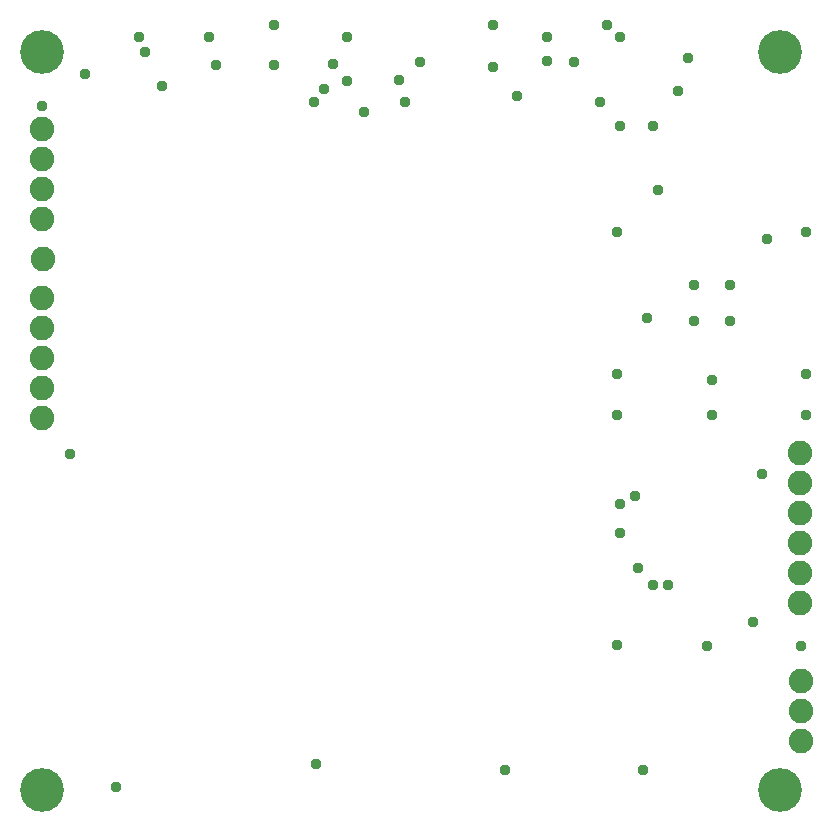
<source format=gbr>
G04 EAGLE Gerber RS-274X export*
G75*
%MOMM*%
%FSLAX34Y34*%
%LPD*%
%INSoldermask Bottom*%
%IPPOS*%
%AMOC8*
5,1,8,0,0,1.08239X$1,22.5*%
G01*
%ADD10C,3.703200*%
%ADD11C,2.082800*%
%ADD12C,0.959600*%


D10*
X37500Y662500D03*
X662500Y662500D03*
X37500Y37500D03*
X662500Y37500D03*
D11*
X38000Y597000D03*
X38000Y571600D03*
X38000Y546200D03*
X38000Y520800D03*
X38500Y487500D03*
X679500Y323000D03*
X679500Y297600D03*
X679500Y272200D03*
X679500Y246800D03*
X679500Y221400D03*
X679500Y196000D03*
X38000Y353000D03*
X38000Y378400D03*
X38000Y403800D03*
X38000Y429200D03*
X38000Y454600D03*
X680000Y79500D03*
X680000Y104900D03*
X680000Y130300D03*
D12*
X590000Y465000D03*
X590000Y435000D03*
X620000Y435000D03*
X620000Y465000D03*
X651500Y504000D03*
X125000Y662500D03*
X358000Y654000D03*
X139000Y634000D03*
X38000Y617000D03*
X74000Y644000D03*
X284000Y652500D03*
X488000Y654000D03*
X576500Y629500D03*
X555000Y211500D03*
X540000Y286500D03*
X100000Y40000D03*
X270000Y60000D03*
X430000Y55000D03*
X547000Y55000D03*
X525000Y160500D03*
X680000Y159500D03*
X600500Y160000D03*
X605000Y355000D03*
X525000Y355000D03*
X685000Y390000D03*
X525000Y390000D03*
X525000Y510000D03*
X685000Y510000D03*
X439500Y625000D03*
X685000Y355000D03*
X605000Y385000D03*
X516500Y685500D03*
X510000Y620000D03*
X420000Y685500D03*
X420000Y650000D03*
X234000Y651500D03*
X234000Y685500D03*
X550000Y437500D03*
X559500Y546000D03*
X639500Y180000D03*
X61500Y322000D03*
X527000Y675000D03*
X584500Y657500D03*
X527000Y600000D03*
X296000Y638000D03*
X465000Y655000D03*
X465000Y675000D03*
X120000Y675000D03*
X179500Y675000D03*
X296000Y675000D03*
X185000Y651500D03*
X555000Y600000D03*
X340000Y639000D03*
X268000Y620000D03*
X276500Y631500D03*
X345000Y620000D03*
X310500Y612000D03*
X647000Y305000D03*
X527500Y280000D03*
X527500Y255000D03*
X542000Y226000D03*
X567500Y211000D03*
M02*

</source>
